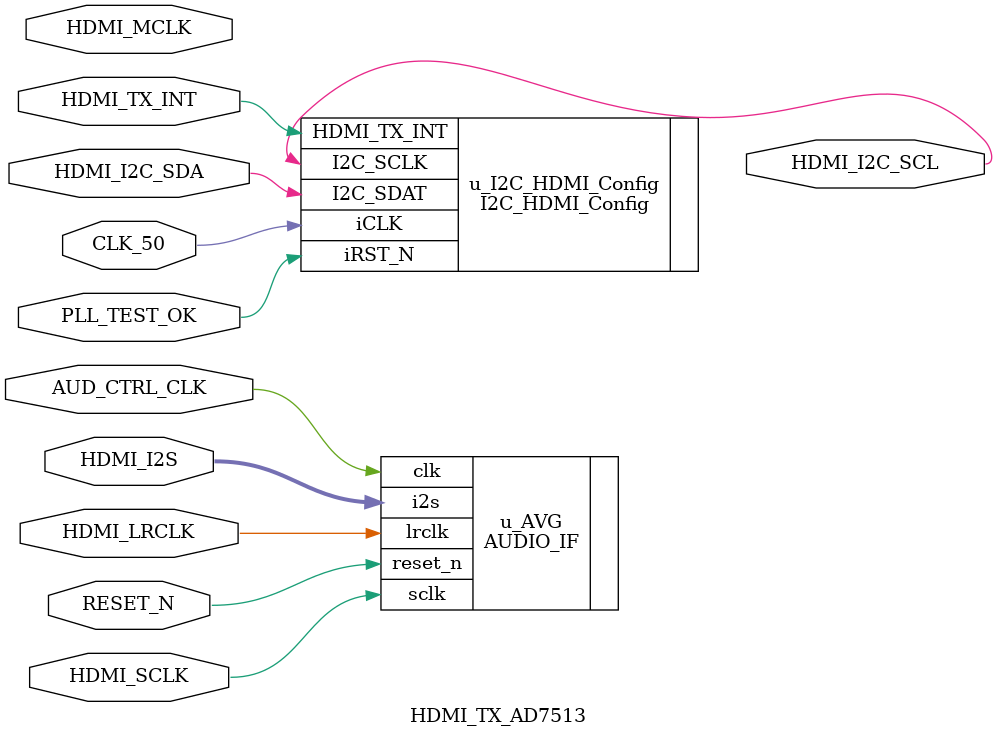
<source format=v>


module HDMI_TX_AD7513(
      input              AUD_CTRL_CLK, 
      input              PLL_TEST_OK,
      input              RESET_N , 
      ///////// FPGA /////////
      input              CLK_50,

      ///////// HDMI /////////
      output             HDMI_I2C_SCL,
      inout              HDMI_I2C_SDA,
		
      inout       [3:0]  HDMI_I2S,
      inout              HDMI_LRCLK,
      inout              HDMI_MCLK,
      inout              HDMI_SCLK,
		
      input              HDMI_TX_INT

);


//=======================================================
//  REG/WIRE declarations
//=======================================================


//=======================================================
//  Structural coding
//=======================================================

//HDMI I2C	
I2C_HDMI_Config u_I2C_HDMI_Config (
	.iCLK       ( CLK_50      ),
	.iRST_N     ( PLL_TEST_OK ),
	.I2C_SCLK   ( HDMI_I2C_SCL),
	.I2C_SDAT   ( HDMI_I2C_SDA),
	.HDMI_TX_INT( HDMI_TX_INT )
	 );

	//Audio
AUDIO_IF u_AVG(
	.clk     ( AUD_CTRL_CLK),
	.reset_n ( RESET_N    ),
	.sclk    ( HDMI_SCLK  ),
	.lrclk   ( HDMI_LRCLK ),
	.i2s     ( HDMI_I2S   )
);

endmodule

</source>
